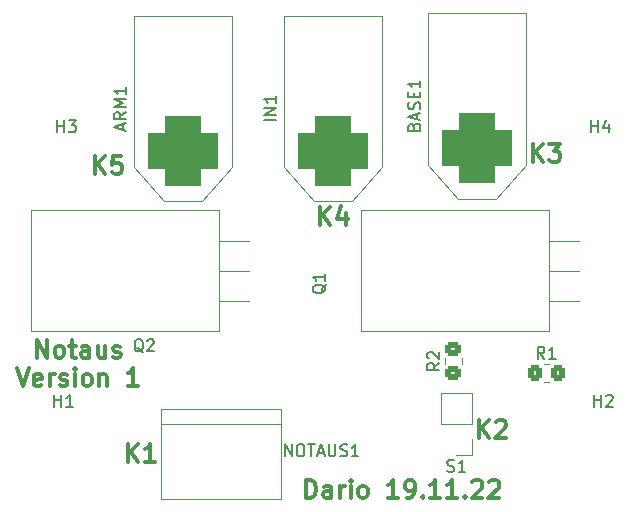
<source format=gto>
G04 #@! TF.GenerationSoftware,KiCad,Pcbnew,6.0.9-8da3e8f707~116~ubuntu22.04.1*
G04 #@! TF.CreationDate,2022-12-04T14:58:13+01:00*
G04 #@! TF.ProjectId,24V_board,3234565f-626f-4617-9264-2e6b69636164,rev?*
G04 #@! TF.SameCoordinates,Original*
G04 #@! TF.FileFunction,Legend,Top*
G04 #@! TF.FilePolarity,Positive*
%FSLAX46Y46*%
G04 Gerber Fmt 4.6, Leading zero omitted, Abs format (unit mm)*
G04 Created by KiCad (PCBNEW 6.0.9-8da3e8f707~116~ubuntu22.04.1) date 2022-12-04 14:58:13*
%MOMM*%
%LPD*%
G01*
G04 APERTURE LIST*
G04 Aperture macros list*
%AMRoundRect*
0 Rectangle with rounded corners*
0 $1 Rounding radius*
0 $2 $3 $4 $5 $6 $7 $8 $9 X,Y pos of 4 corners*
0 Add a 4 corners polygon primitive as box body*
4,1,4,$2,$3,$4,$5,$6,$7,$8,$9,$2,$3,0*
0 Add four circle primitives for the rounded corners*
1,1,$1+$1,$2,$3*
1,1,$1+$1,$4,$5*
1,1,$1+$1,$6,$7*
1,1,$1+$1,$8,$9*
0 Add four rect primitives between the rounded corners*
20,1,$1+$1,$2,$3,$4,$5,0*
20,1,$1+$1,$4,$5,$6,$7,0*
20,1,$1+$1,$6,$7,$8,$9,0*
20,1,$1+$1,$8,$9,$2,$3,0*%
G04 Aperture macros list end*
%ADD10C,0.300000*%
%ADD11C,0.150000*%
%ADD12C,0.120000*%
%ADD13O,3.500000X3.500000*%
%ADD14R,2.000000X1.905000*%
%ADD15O,2.000000X1.905000*%
%ADD16RoundRect,1.500000X1.500000X-1.500000X1.500000X1.500000X-1.500000X1.500000X-1.500000X-1.500000X0*%
%ADD17C,6.000000*%
%ADD18RoundRect,0.250000X0.450000X-0.350000X0.450000X0.350000X-0.450000X0.350000X-0.450000X-0.350000X0*%
%ADD19C,3.200000*%
%ADD20R,3.000000X3.000000*%
%ADD21C,3.000000*%
%ADD22R,1.700000X1.700000*%
%ADD23O,1.700000X1.700000*%
%ADD24RoundRect,0.250000X-0.350000X-0.450000X0.350000X-0.450000X0.350000X0.450000X-0.350000X0.450000X0*%
G04 APERTURE END LIST*
D10*
X137470000Y-55605071D02*
X137470000Y-54105071D01*
X138327142Y-55605071D01*
X138327142Y-54105071D01*
X139255714Y-55605071D02*
X139112857Y-55533642D01*
X139041428Y-55462214D01*
X138970000Y-55319357D01*
X138970000Y-54890785D01*
X139041428Y-54747928D01*
X139112857Y-54676500D01*
X139255714Y-54605071D01*
X139470000Y-54605071D01*
X139612857Y-54676500D01*
X139684285Y-54747928D01*
X139755714Y-54890785D01*
X139755714Y-55319357D01*
X139684285Y-55462214D01*
X139612857Y-55533642D01*
X139470000Y-55605071D01*
X139255714Y-55605071D01*
X140184285Y-54605071D02*
X140755714Y-54605071D01*
X140398571Y-54105071D02*
X140398571Y-55390785D01*
X140470000Y-55533642D01*
X140612857Y-55605071D01*
X140755714Y-55605071D01*
X141898571Y-55605071D02*
X141898571Y-54819357D01*
X141827142Y-54676500D01*
X141684285Y-54605071D01*
X141398571Y-54605071D01*
X141255714Y-54676500D01*
X141898571Y-55533642D02*
X141755714Y-55605071D01*
X141398571Y-55605071D01*
X141255714Y-55533642D01*
X141184285Y-55390785D01*
X141184285Y-55247928D01*
X141255714Y-55105071D01*
X141398571Y-55033642D01*
X141755714Y-55033642D01*
X141898571Y-54962214D01*
X143255714Y-54605071D02*
X143255714Y-55605071D01*
X142612857Y-54605071D02*
X142612857Y-55390785D01*
X142684285Y-55533642D01*
X142827142Y-55605071D01*
X143041428Y-55605071D01*
X143184285Y-55533642D01*
X143255714Y-55462214D01*
X143898571Y-55533642D02*
X144041428Y-55605071D01*
X144327142Y-55605071D01*
X144470000Y-55533642D01*
X144541428Y-55390785D01*
X144541428Y-55319357D01*
X144470000Y-55176500D01*
X144327142Y-55105071D01*
X144112857Y-55105071D01*
X143970000Y-55033642D01*
X143898571Y-54890785D01*
X143898571Y-54819357D01*
X143970000Y-54676500D01*
X144112857Y-54605071D01*
X144327142Y-54605071D01*
X144470000Y-54676500D01*
X135755714Y-56520071D02*
X136255714Y-58020071D01*
X136755714Y-56520071D01*
X137827142Y-57948642D02*
X137684285Y-58020071D01*
X137398571Y-58020071D01*
X137255714Y-57948642D01*
X137184285Y-57805785D01*
X137184285Y-57234357D01*
X137255714Y-57091500D01*
X137398571Y-57020071D01*
X137684285Y-57020071D01*
X137827142Y-57091500D01*
X137898571Y-57234357D01*
X137898571Y-57377214D01*
X137184285Y-57520071D01*
X138541428Y-58020071D02*
X138541428Y-57020071D01*
X138541428Y-57305785D02*
X138612857Y-57162928D01*
X138684285Y-57091500D01*
X138827142Y-57020071D01*
X138970000Y-57020071D01*
X139398571Y-57948642D02*
X139541428Y-58020071D01*
X139827142Y-58020071D01*
X139970000Y-57948642D01*
X140041428Y-57805785D01*
X140041428Y-57734357D01*
X139970000Y-57591500D01*
X139827142Y-57520071D01*
X139612857Y-57520071D01*
X139470000Y-57448642D01*
X139398571Y-57305785D01*
X139398571Y-57234357D01*
X139470000Y-57091500D01*
X139612857Y-57020071D01*
X139827142Y-57020071D01*
X139970000Y-57091500D01*
X140684285Y-58020071D02*
X140684285Y-57020071D01*
X140684285Y-56520071D02*
X140612857Y-56591500D01*
X140684285Y-56662928D01*
X140755714Y-56591500D01*
X140684285Y-56520071D01*
X140684285Y-56662928D01*
X141612857Y-58020071D02*
X141470000Y-57948642D01*
X141398571Y-57877214D01*
X141327142Y-57734357D01*
X141327142Y-57305785D01*
X141398571Y-57162928D01*
X141470000Y-57091500D01*
X141612857Y-57020071D01*
X141827142Y-57020071D01*
X141970000Y-57091500D01*
X142041428Y-57162928D01*
X142112857Y-57305785D01*
X142112857Y-57734357D01*
X142041428Y-57877214D01*
X141970000Y-57948642D01*
X141827142Y-58020071D01*
X141612857Y-58020071D01*
X142755714Y-57020071D02*
X142755714Y-58020071D01*
X142755714Y-57162928D02*
X142827142Y-57091500D01*
X142970000Y-57020071D01*
X143184285Y-57020071D01*
X143327142Y-57091500D01*
X143398571Y-57234357D01*
X143398571Y-58020071D01*
X146041428Y-58020071D02*
X145184285Y-58020071D01*
X145612857Y-58020071D02*
X145612857Y-56520071D01*
X145470000Y-56734357D01*
X145327142Y-56877214D01*
X145184285Y-56948642D01*
X161452857Y-44366571D02*
X161452857Y-42866571D01*
X162310000Y-44366571D02*
X161667142Y-43509428D01*
X162310000Y-42866571D02*
X161452857Y-43723714D01*
X163595714Y-43366571D02*
X163595714Y-44366571D01*
X163238571Y-42795142D02*
X162881428Y-43866571D01*
X163810000Y-43866571D01*
X160259142Y-67480571D02*
X160259142Y-65980571D01*
X160616285Y-65980571D01*
X160830571Y-66052000D01*
X160973428Y-66194857D01*
X161044857Y-66337714D01*
X161116285Y-66623428D01*
X161116285Y-66837714D01*
X161044857Y-67123428D01*
X160973428Y-67266285D01*
X160830571Y-67409142D01*
X160616285Y-67480571D01*
X160259142Y-67480571D01*
X162402000Y-67480571D02*
X162402000Y-66694857D01*
X162330571Y-66552000D01*
X162187714Y-66480571D01*
X161902000Y-66480571D01*
X161759142Y-66552000D01*
X162402000Y-67409142D02*
X162259142Y-67480571D01*
X161902000Y-67480571D01*
X161759142Y-67409142D01*
X161687714Y-67266285D01*
X161687714Y-67123428D01*
X161759142Y-66980571D01*
X161902000Y-66909142D01*
X162259142Y-66909142D01*
X162402000Y-66837714D01*
X163116285Y-67480571D02*
X163116285Y-66480571D01*
X163116285Y-66766285D02*
X163187714Y-66623428D01*
X163259142Y-66552000D01*
X163402000Y-66480571D01*
X163544857Y-66480571D01*
X164044857Y-67480571D02*
X164044857Y-66480571D01*
X164044857Y-65980571D02*
X163973428Y-66052000D01*
X164044857Y-66123428D01*
X164116285Y-66052000D01*
X164044857Y-65980571D01*
X164044857Y-66123428D01*
X164973428Y-67480571D02*
X164830571Y-67409142D01*
X164759142Y-67337714D01*
X164687714Y-67194857D01*
X164687714Y-66766285D01*
X164759142Y-66623428D01*
X164830571Y-66552000D01*
X164973428Y-66480571D01*
X165187714Y-66480571D01*
X165330571Y-66552000D01*
X165402000Y-66623428D01*
X165473428Y-66766285D01*
X165473428Y-67194857D01*
X165402000Y-67337714D01*
X165330571Y-67409142D01*
X165187714Y-67480571D01*
X164973428Y-67480571D01*
X168044857Y-67480571D02*
X167187714Y-67480571D01*
X167616285Y-67480571D02*
X167616285Y-65980571D01*
X167473428Y-66194857D01*
X167330571Y-66337714D01*
X167187714Y-66409142D01*
X168759142Y-67480571D02*
X169044857Y-67480571D01*
X169187714Y-67409142D01*
X169259142Y-67337714D01*
X169402000Y-67123428D01*
X169473428Y-66837714D01*
X169473428Y-66266285D01*
X169402000Y-66123428D01*
X169330571Y-66052000D01*
X169187714Y-65980571D01*
X168902000Y-65980571D01*
X168759142Y-66052000D01*
X168687714Y-66123428D01*
X168616285Y-66266285D01*
X168616285Y-66623428D01*
X168687714Y-66766285D01*
X168759142Y-66837714D01*
X168902000Y-66909142D01*
X169187714Y-66909142D01*
X169330571Y-66837714D01*
X169402000Y-66766285D01*
X169473428Y-66623428D01*
X170116285Y-67337714D02*
X170187714Y-67409142D01*
X170116285Y-67480571D01*
X170044857Y-67409142D01*
X170116285Y-67337714D01*
X170116285Y-67480571D01*
X171616285Y-67480571D02*
X170759142Y-67480571D01*
X171187714Y-67480571D02*
X171187714Y-65980571D01*
X171044857Y-66194857D01*
X170902000Y-66337714D01*
X170759142Y-66409142D01*
X173044857Y-67480571D02*
X172187714Y-67480571D01*
X172616285Y-67480571D02*
X172616285Y-65980571D01*
X172473428Y-66194857D01*
X172330571Y-66337714D01*
X172187714Y-66409142D01*
X173687714Y-67337714D02*
X173759142Y-67409142D01*
X173687714Y-67480571D01*
X173616285Y-67409142D01*
X173687714Y-67337714D01*
X173687714Y-67480571D01*
X174330571Y-66123428D02*
X174402000Y-66052000D01*
X174544857Y-65980571D01*
X174902000Y-65980571D01*
X175044857Y-66052000D01*
X175116285Y-66123428D01*
X175187714Y-66266285D01*
X175187714Y-66409142D01*
X175116285Y-66623428D01*
X174259142Y-67480571D01*
X175187714Y-67480571D01*
X175759142Y-66123428D02*
X175830571Y-66052000D01*
X175973428Y-65980571D01*
X176330571Y-65980571D01*
X176473428Y-66052000D01*
X176544857Y-66123428D01*
X176616285Y-66266285D01*
X176616285Y-66409142D01*
X176544857Y-66623428D01*
X175687714Y-67480571D01*
X176616285Y-67480571D01*
X142402857Y-40048571D02*
X142402857Y-38548571D01*
X143260000Y-40048571D02*
X142617142Y-39191428D01*
X143260000Y-38548571D02*
X142402857Y-39405714D01*
X144617142Y-38548571D02*
X143902857Y-38548571D01*
X143831428Y-39262857D01*
X143902857Y-39191428D01*
X144045714Y-39120000D01*
X144402857Y-39120000D01*
X144545714Y-39191428D01*
X144617142Y-39262857D01*
X144688571Y-39405714D01*
X144688571Y-39762857D01*
X144617142Y-39905714D01*
X144545714Y-39977142D01*
X144402857Y-40048571D01*
X144045714Y-40048571D01*
X143902857Y-39977142D01*
X143831428Y-39905714D01*
X174914857Y-62400571D02*
X174914857Y-60900571D01*
X175772000Y-62400571D02*
X175129142Y-61543428D01*
X175772000Y-60900571D02*
X174914857Y-61757714D01*
X176343428Y-61043428D02*
X176414857Y-60972000D01*
X176557714Y-60900571D01*
X176914857Y-60900571D01*
X177057714Y-60972000D01*
X177129142Y-61043428D01*
X177200571Y-61186285D01*
X177200571Y-61329142D01*
X177129142Y-61543428D01*
X176272000Y-62400571D01*
X177200571Y-62400571D01*
X145196857Y-64432571D02*
X145196857Y-62932571D01*
X146054000Y-64432571D02*
X145411142Y-63575428D01*
X146054000Y-62932571D02*
X145196857Y-63789714D01*
X147482571Y-64432571D02*
X146625428Y-64432571D01*
X147054000Y-64432571D02*
X147054000Y-62932571D01*
X146911142Y-63146857D01*
X146768285Y-63289714D01*
X146625428Y-63361142D01*
X179486857Y-39032571D02*
X179486857Y-37532571D01*
X180344000Y-39032571D02*
X179701142Y-38175428D01*
X180344000Y-37532571D02*
X179486857Y-38389714D01*
X180844000Y-37532571D02*
X181772571Y-37532571D01*
X181272571Y-38104000D01*
X181486857Y-38104000D01*
X181629714Y-38175428D01*
X181701142Y-38246857D01*
X181772571Y-38389714D01*
X181772571Y-38746857D01*
X181701142Y-38889714D01*
X181629714Y-38961142D01*
X181486857Y-39032571D01*
X181058285Y-39032571D01*
X180915428Y-38961142D01*
X180844000Y-38889714D01*
D11*
X161917619Y-49415238D02*
X161870000Y-49510476D01*
X161774761Y-49605714D01*
X161631904Y-49748571D01*
X161584285Y-49843809D01*
X161584285Y-49939047D01*
X161822380Y-49891428D02*
X161774761Y-49986666D01*
X161679523Y-50081904D01*
X161489047Y-50129523D01*
X161155714Y-50129523D01*
X160965238Y-50081904D01*
X160870000Y-49986666D01*
X160822380Y-49891428D01*
X160822380Y-49700952D01*
X160870000Y-49605714D01*
X160965238Y-49510476D01*
X161155714Y-49462857D01*
X161489047Y-49462857D01*
X161679523Y-49510476D01*
X161774761Y-49605714D01*
X161822380Y-49700952D01*
X161822380Y-49891428D01*
X161822380Y-48510476D02*
X161822380Y-49081904D01*
X161822380Y-48796190D02*
X160822380Y-48796190D01*
X160965238Y-48891428D01*
X161060476Y-48986666D01*
X161108095Y-49081904D01*
X169380571Y-36051904D02*
X169428190Y-35909047D01*
X169475809Y-35861428D01*
X169571047Y-35813809D01*
X169713904Y-35813809D01*
X169809142Y-35861428D01*
X169856761Y-35909047D01*
X169904380Y-36004285D01*
X169904380Y-36385238D01*
X168904380Y-36385238D01*
X168904380Y-36051904D01*
X168952000Y-35956666D01*
X168999619Y-35909047D01*
X169094857Y-35861428D01*
X169190095Y-35861428D01*
X169285333Y-35909047D01*
X169332952Y-35956666D01*
X169380571Y-36051904D01*
X169380571Y-36385238D01*
X169618666Y-35432857D02*
X169618666Y-34956666D01*
X169904380Y-35528095D02*
X168904380Y-35194761D01*
X169904380Y-34861428D01*
X169856761Y-34575714D02*
X169904380Y-34432857D01*
X169904380Y-34194761D01*
X169856761Y-34099523D01*
X169809142Y-34051904D01*
X169713904Y-34004285D01*
X169618666Y-34004285D01*
X169523428Y-34051904D01*
X169475809Y-34099523D01*
X169428190Y-34194761D01*
X169380571Y-34385238D01*
X169332952Y-34480476D01*
X169285333Y-34528095D01*
X169190095Y-34575714D01*
X169094857Y-34575714D01*
X168999619Y-34528095D01*
X168952000Y-34480476D01*
X168904380Y-34385238D01*
X168904380Y-34147142D01*
X168952000Y-34004285D01*
X169380571Y-33575714D02*
X169380571Y-33242380D01*
X169904380Y-33099523D02*
X169904380Y-33575714D01*
X168904380Y-33575714D01*
X168904380Y-33099523D01*
X169904380Y-32147142D02*
X169904380Y-32718571D01*
X169904380Y-32432857D02*
X168904380Y-32432857D01*
X169047238Y-32528095D01*
X169142476Y-32623333D01*
X169190095Y-32718571D01*
X157712380Y-35500000D02*
X156712380Y-35500000D01*
X157712380Y-35023809D02*
X156712380Y-35023809D01*
X157712380Y-34452380D01*
X156712380Y-34452380D01*
X157712380Y-33452380D02*
X157712380Y-34023809D01*
X157712380Y-33738095D02*
X156712380Y-33738095D01*
X156855238Y-33833333D01*
X156950476Y-33928571D01*
X156998095Y-34023809D01*
X171522380Y-56046666D02*
X171046190Y-56380000D01*
X171522380Y-56618095D02*
X170522380Y-56618095D01*
X170522380Y-56237142D01*
X170570000Y-56141904D01*
X170617619Y-56094285D01*
X170712857Y-56046666D01*
X170855714Y-56046666D01*
X170950952Y-56094285D01*
X170998571Y-56141904D01*
X171046190Y-56237142D01*
X171046190Y-56618095D01*
X170617619Y-55665714D02*
X170570000Y-55618095D01*
X170522380Y-55522857D01*
X170522380Y-55284761D01*
X170570000Y-55189523D01*
X170617619Y-55141904D01*
X170712857Y-55094285D01*
X170808095Y-55094285D01*
X170950952Y-55141904D01*
X171522380Y-55713333D01*
X171522380Y-55094285D01*
X184404095Y-36520380D02*
X184404095Y-35520380D01*
X184404095Y-35996571D02*
X184975523Y-35996571D01*
X184975523Y-36520380D02*
X184975523Y-35520380D01*
X185880285Y-35853714D02*
X185880285Y-36520380D01*
X185642190Y-35472761D02*
X185404095Y-36187047D01*
X186023142Y-36187047D01*
X146462761Y-55157619D02*
X146367523Y-55110000D01*
X146272285Y-55014761D01*
X146129428Y-54871904D01*
X146034190Y-54824285D01*
X145938952Y-54824285D01*
X145986571Y-55062380D02*
X145891333Y-55014761D01*
X145796095Y-54919523D01*
X145748476Y-54729047D01*
X145748476Y-54395714D01*
X145796095Y-54205238D01*
X145891333Y-54110000D01*
X145986571Y-54062380D01*
X146177047Y-54062380D01*
X146272285Y-54110000D01*
X146367523Y-54205238D01*
X146415142Y-54395714D01*
X146415142Y-54729047D01*
X146367523Y-54919523D01*
X146272285Y-55014761D01*
X146177047Y-55062380D01*
X145986571Y-55062380D01*
X146796095Y-54157619D02*
X146843714Y-54110000D01*
X146938952Y-54062380D01*
X147177047Y-54062380D01*
X147272285Y-54110000D01*
X147319904Y-54157619D01*
X147367523Y-54252857D01*
X147367523Y-54348095D01*
X147319904Y-54490952D01*
X146748476Y-55062380D01*
X147367523Y-55062380D01*
X139192095Y-36520380D02*
X139192095Y-35520380D01*
X139192095Y-35996571D02*
X139763523Y-35996571D01*
X139763523Y-36520380D02*
X139763523Y-35520380D01*
X140144476Y-35520380D02*
X140763523Y-35520380D01*
X140430190Y-35901333D01*
X140573047Y-35901333D01*
X140668285Y-35948952D01*
X140715904Y-35996571D01*
X140763523Y-36091809D01*
X140763523Y-36329904D01*
X140715904Y-36425142D01*
X140668285Y-36472761D01*
X140573047Y-36520380D01*
X140287333Y-36520380D01*
X140192095Y-36472761D01*
X140144476Y-36425142D01*
X158448761Y-63952380D02*
X158448761Y-62952380D01*
X159020190Y-63952380D01*
X159020190Y-62952380D01*
X159686857Y-62952380D02*
X159877333Y-62952380D01*
X159972571Y-63000000D01*
X160067809Y-63095238D01*
X160115428Y-63285714D01*
X160115428Y-63619047D01*
X160067809Y-63809523D01*
X159972571Y-63904761D01*
X159877333Y-63952380D01*
X159686857Y-63952380D01*
X159591619Y-63904761D01*
X159496380Y-63809523D01*
X159448761Y-63619047D01*
X159448761Y-63285714D01*
X159496380Y-63095238D01*
X159591619Y-63000000D01*
X159686857Y-62952380D01*
X160401142Y-62952380D02*
X160972571Y-62952380D01*
X160686857Y-63952380D02*
X160686857Y-62952380D01*
X161258285Y-63666666D02*
X161734476Y-63666666D01*
X161163047Y-63952380D02*
X161496380Y-62952380D01*
X161829714Y-63952380D01*
X162163047Y-62952380D02*
X162163047Y-63761904D01*
X162210666Y-63857142D01*
X162258285Y-63904761D01*
X162353523Y-63952380D01*
X162544000Y-63952380D01*
X162639238Y-63904761D01*
X162686857Y-63857142D01*
X162734476Y-63761904D01*
X162734476Y-62952380D01*
X163163047Y-63904761D02*
X163305904Y-63952380D01*
X163544000Y-63952380D01*
X163639238Y-63904761D01*
X163686857Y-63857142D01*
X163734476Y-63761904D01*
X163734476Y-63666666D01*
X163686857Y-63571428D01*
X163639238Y-63523809D01*
X163544000Y-63476190D01*
X163353523Y-63428571D01*
X163258285Y-63380952D01*
X163210666Y-63333333D01*
X163163047Y-63238095D01*
X163163047Y-63142857D01*
X163210666Y-63047619D01*
X163258285Y-63000000D01*
X163353523Y-62952380D01*
X163591619Y-62952380D01*
X163734476Y-63000000D01*
X164686857Y-63952380D02*
X164115428Y-63952380D01*
X164401142Y-63952380D02*
X164401142Y-62952380D01*
X164305904Y-63095238D01*
X164210666Y-63190476D01*
X164115428Y-63238095D01*
X184658095Y-59752380D02*
X184658095Y-58752380D01*
X184658095Y-59228571D02*
X185229523Y-59228571D01*
X185229523Y-59752380D02*
X185229523Y-58752380D01*
X185658095Y-58847619D02*
X185705714Y-58800000D01*
X185800952Y-58752380D01*
X186039047Y-58752380D01*
X186134285Y-58800000D01*
X186181904Y-58847619D01*
X186229523Y-58942857D01*
X186229523Y-59038095D01*
X186181904Y-59180952D01*
X185610476Y-59752380D01*
X186229523Y-59752380D01*
X172212095Y-65218761D02*
X172354952Y-65266380D01*
X172593047Y-65266380D01*
X172688285Y-65218761D01*
X172735904Y-65171142D01*
X172783523Y-65075904D01*
X172783523Y-64980666D01*
X172735904Y-64885428D01*
X172688285Y-64837809D01*
X172593047Y-64790190D01*
X172402571Y-64742571D01*
X172307333Y-64694952D01*
X172259714Y-64647333D01*
X172212095Y-64552095D01*
X172212095Y-64456857D01*
X172259714Y-64361619D01*
X172307333Y-64314000D01*
X172402571Y-64266380D01*
X172640666Y-64266380D01*
X172783523Y-64314000D01*
X173735904Y-65266380D02*
X173164476Y-65266380D01*
X173450190Y-65266380D02*
X173450190Y-64266380D01*
X173354952Y-64409238D01*
X173259714Y-64504476D01*
X173164476Y-64552095D01*
X180427333Y-55698380D02*
X180094000Y-55222190D01*
X179855904Y-55698380D02*
X179855904Y-54698380D01*
X180236857Y-54698380D01*
X180332095Y-54746000D01*
X180379714Y-54793619D01*
X180427333Y-54888857D01*
X180427333Y-55031714D01*
X180379714Y-55126952D01*
X180332095Y-55174571D01*
X180236857Y-55222190D01*
X179855904Y-55222190D01*
X181379714Y-55698380D02*
X180808285Y-55698380D01*
X181094000Y-55698380D02*
X181094000Y-54698380D01*
X180998761Y-54841238D01*
X180903523Y-54936476D01*
X180808285Y-54984095D01*
X138938095Y-59752380D02*
X138938095Y-58752380D01*
X138938095Y-59228571D02*
X139509523Y-59228571D01*
X139509523Y-59752380D02*
X139509523Y-58752380D01*
X140509523Y-59752380D02*
X139938095Y-59752380D01*
X140223809Y-59752380D02*
X140223809Y-58752380D01*
X140128571Y-58895238D01*
X140033333Y-58990476D01*
X139938095Y-59038095D01*
X144726666Y-36285714D02*
X144726666Y-35809523D01*
X145012380Y-36380952D02*
X144012380Y-36047619D01*
X145012380Y-35714285D01*
X145012380Y-34809523D02*
X144536190Y-35142857D01*
X145012380Y-35380952D02*
X144012380Y-35380952D01*
X144012380Y-35000000D01*
X144060000Y-34904761D01*
X144107619Y-34857142D01*
X144202857Y-34809523D01*
X144345714Y-34809523D01*
X144440952Y-34857142D01*
X144488571Y-34904761D01*
X144536190Y-35000000D01*
X144536190Y-35380952D01*
X145012380Y-34380952D02*
X144012380Y-34380952D01*
X144726666Y-34047619D01*
X144012380Y-33714285D01*
X145012380Y-33714285D01*
X145012380Y-32714285D02*
X145012380Y-33285714D01*
X145012380Y-33000000D02*
X144012380Y-33000000D01*
X144155238Y-33095238D01*
X144250476Y-33190476D01*
X144298095Y-33285714D01*
D12*
X164910000Y-53380000D02*
X164910000Y-43140000D01*
X164910000Y-43140000D02*
X180800000Y-43140000D01*
X180800000Y-53380000D02*
X180800000Y-43140000D01*
X180800000Y-50800000D02*
X183340000Y-50800000D01*
X164910000Y-53380000D02*
X180800000Y-53380000D01*
X180800000Y-48260000D02*
X183340000Y-48260000D01*
X180800000Y-45720000D02*
X183340000Y-45720000D01*
X178902000Y-39290000D02*
X178902000Y-26440000D01*
X170602000Y-39290000D02*
X173152000Y-42140000D01*
X173152000Y-42140000D02*
X176302000Y-42140000D01*
X170602000Y-26440000D02*
X170602000Y-39290000D01*
X176302000Y-42140000D02*
X178902000Y-39290000D01*
X178902000Y-26440000D02*
X170602000Y-26440000D01*
X160960000Y-42350000D02*
X164110000Y-42350000D01*
X164110000Y-42350000D02*
X166710000Y-39500000D01*
X158410000Y-26650000D02*
X158410000Y-39500000D01*
X166710000Y-26650000D02*
X158410000Y-26650000D01*
X158410000Y-39500000D02*
X160960000Y-42350000D01*
X166710000Y-39500000D02*
X166710000Y-26650000D01*
X171985000Y-56107064D02*
X171985000Y-55652936D01*
X173455000Y-56107064D02*
X173455000Y-55652936D01*
X152860000Y-45720000D02*
X155400000Y-45720000D01*
X152860000Y-48260000D02*
X155400000Y-48260000D01*
X136970000Y-53380000D02*
X152860000Y-53380000D01*
X136970000Y-43140000D02*
X152860000Y-43140000D01*
X152860000Y-50800000D02*
X155400000Y-50800000D01*
X136970000Y-53380000D02*
X136970000Y-43140000D01*
X152860000Y-53380000D02*
X152860000Y-43140000D01*
X147946324Y-59965251D02*
X147946324Y-67585251D01*
X147946324Y-61235251D02*
X158106324Y-61235251D01*
X158106324Y-59965251D02*
X147946324Y-59965251D01*
X158106324Y-67585251D02*
X158106324Y-59965251D01*
X147946324Y-67585251D02*
X158106324Y-67585251D01*
X174304000Y-63814000D02*
X172974000Y-63814000D01*
X174304000Y-61214000D02*
X171644000Y-61214000D01*
X174304000Y-62484000D02*
X174304000Y-63814000D01*
X174304000Y-58614000D02*
X171644000Y-58614000D01*
X171644000Y-61214000D02*
X171644000Y-58614000D01*
X174304000Y-61214000D02*
X174304000Y-58614000D01*
X180366936Y-57631000D02*
X180821064Y-57631000D01*
X180366936Y-56161000D02*
X180821064Y-56161000D01*
X154010000Y-39500000D02*
X154010000Y-26650000D01*
X148260000Y-42350000D02*
X151410000Y-42350000D01*
X145710000Y-39500000D02*
X148260000Y-42350000D01*
X151410000Y-42350000D02*
X154010000Y-39500000D01*
X145710000Y-26650000D02*
X145710000Y-39500000D01*
X154010000Y-26650000D02*
X145710000Y-26650000D01*
%LPC*%
D13*
X167830000Y-48260000D03*
D14*
X184490000Y-50800000D03*
D15*
X184490000Y-48260000D03*
X184490000Y-45720000D03*
D16*
X174752000Y-37890000D03*
D17*
X174752000Y-30690000D03*
D16*
X162560000Y-38100000D03*
D17*
X162560000Y-30900000D03*
D18*
X172720000Y-56880000D03*
X172720000Y-54880000D03*
D19*
X185420000Y-30480000D03*
D13*
X139890000Y-48260000D03*
D14*
X156550000Y-50800000D03*
D15*
X156550000Y-48260000D03*
X156550000Y-45720000D03*
D19*
X139700000Y-30480000D03*
D20*
X155566324Y-63775251D03*
D21*
X150486324Y-63775251D03*
D19*
X185420000Y-63500000D03*
D22*
X172974000Y-62484000D03*
D23*
X172974000Y-59944000D03*
D24*
X179594000Y-56896000D03*
X181594000Y-56896000D03*
D19*
X139700000Y-63500000D03*
D16*
X149860000Y-38100000D03*
D17*
X149860000Y-30900000D03*
M02*

</source>
